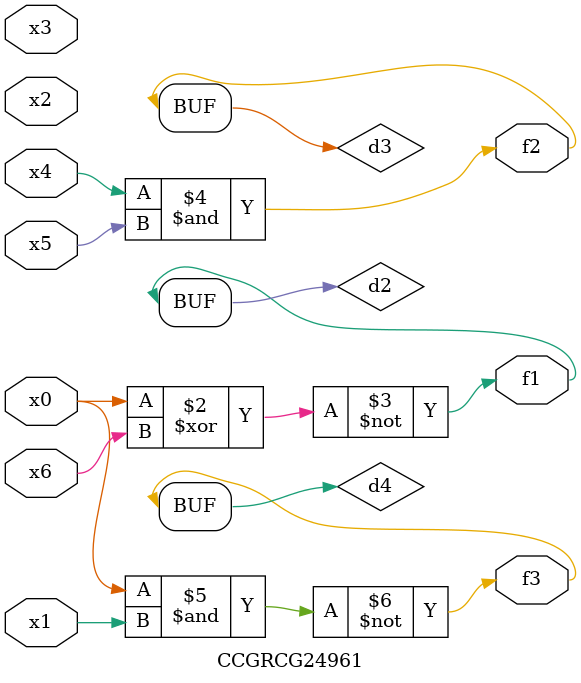
<source format=v>
module CCGRCG24961(
	input x0, x1, x2, x3, x4, x5, x6,
	output f1, f2, f3
);

	wire d1, d2, d3, d4;

	nor (d1, x0);
	xnor (d2, x0, x6);
	and (d3, x4, x5);
	nand (d4, x0, x1);
	assign f1 = d2;
	assign f2 = d3;
	assign f3 = d4;
endmodule

</source>
